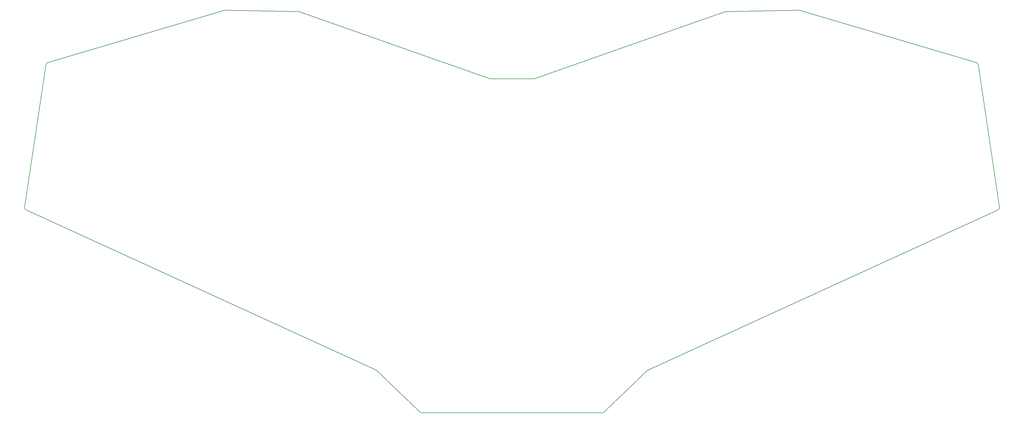
<source format=gbr>
%TF.GenerationSoftware,KiCad,Pcbnew,8.0.2-1*%
%TF.CreationDate,2024-07-02T10:22:07-04:00*%
%TF.ProjectId,thesplit,74686573-706c-4697-942e-6b696361645f,rev?*%
%TF.SameCoordinates,Original*%
%TF.FileFunction,Profile,NP*%
%FSLAX46Y46*%
G04 Gerber Fmt 4.6, Leading zero omitted, Abs format (unit mm)*
G04 Created by KiCad (PCBNEW 8.0.2-1) date 2024-07-02 10:22:07*
%MOMM*%
%LPD*%
G01*
G04 APERTURE LIST*
%TA.AperFunction,Profile*%
%ADD10C,0.150000*%
%TD*%
G04 APERTURE END LIST*
D10*
X276680264Y-158838347D02*
G75*
G02*
X276993806Y-158894870I-18364J-999753D01*
G01*
X254352760Y-158474132D02*
G75*
G02*
X254654202Y-158433408I283040J-959068D01*
G01*
X349228623Y-179392266D02*
G75*
G02*
X348896701Y-179448962I-331923J943266D01*
G01*
X335578156Y-179448972D02*
G75*
G02*
X335246235Y-179392268I44J1000072D01*
G01*
X407481063Y-158894875D02*
G75*
G02*
X407794605Y-158838347I331937J-943325D01*
G01*
X429820682Y-158433423D02*
G75*
G02*
X430122127Y-158474139I18418J-999877D01*
G01*
X484165766Y-174424026D02*
G75*
G02*
X484871695Y-175235323I-283066J-959074D01*
G01*
X491354674Y-218613758D02*
G75*
G02*
X490782116Y-219670734I-988974J-147842D01*
G01*
X383648973Y-268805682D02*
G75*
G02*
X383924616Y-268618323I692127J-721818D01*
G01*
X370501781Y-281411792D02*
G75*
G02*
X369809683Y-281689980I-692081J721792D01*
G01*
X314665179Y-281689977D02*
G75*
G02*
X313973096Y-281411766I21J999977D01*
G01*
X300550266Y-268618334D02*
G75*
G02*
X300825910Y-268805689I-416466J-909166D01*
G01*
X193692751Y-219670728D02*
G75*
G02*
X193120216Y-218613766I416449J909128D01*
G01*
X199603137Y-175235343D02*
G75*
G02*
X200309095Y-174424055I989063J-147857D01*
G01*
X369809683Y-281689988D02*
X314665179Y-281689977D01*
X313973081Y-281411781D02*
X300825911Y-268805688D01*
X300550266Y-268618334D02*
X193692751Y-219670728D01*
X193120187Y-218613762D02*
X199603137Y-175235343D01*
X200309093Y-174424050D02*
X254352760Y-158474132D01*
X254654202Y-158433404D02*
X276680264Y-158838347D01*
X276993805Y-158894872D02*
X335246232Y-179392278D01*
X335578156Y-179448972D02*
X348896701Y-179448959D01*
X349228623Y-179392266D02*
X407481063Y-158894875D01*
X407794605Y-158838350D02*
X429820682Y-158433423D01*
X430122123Y-158474152D02*
X484165766Y-174424026D01*
X484871723Y-175235319D02*
X491354674Y-218613758D01*
X490782111Y-219670724D02*
X383924618Y-268618328D01*
X383648973Y-268805682D02*
X370501781Y-281411792D01*
M02*

</source>
